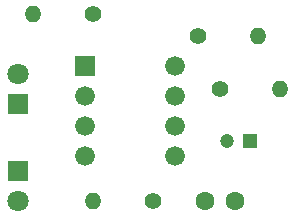
<source format=gbr>
G04 #@! TF.GenerationSoftware,KiCad,Pcbnew,(5.0.0-3-g5ebb6b6)*
G04 #@! TF.CreationDate,2018-11-04T21:38:41-05:00*
G04 #@! TF.ProjectId,555_Timer,3535355F54696D65722E6B696361645F,rev?*
G04 #@! TF.SameCoordinates,Original*
G04 #@! TF.FileFunction,Copper,L2,Bot,Signal*
G04 #@! TF.FilePolarity,Positive*
%FSLAX46Y46*%
G04 Gerber Fmt 4.6, Leading zero omitted, Abs format (unit mm)*
G04 Created by KiCad (PCBNEW (5.0.0-3-g5ebb6b6)) date Sunday, November 04, 2018 at 09:38:41 PM*
%MOMM*%
%LPD*%
G01*
G04 APERTURE LIST*
G04 #@! TA.AperFunction,ComponentPad*
%ADD10R,1.200000X1.200000*%
G04 #@! TD*
G04 #@! TA.AperFunction,ComponentPad*
%ADD11C,1.200000*%
G04 #@! TD*
G04 #@! TA.AperFunction,ComponentPad*
%ADD12C,1.600000*%
G04 #@! TD*
G04 #@! TA.AperFunction,ComponentPad*
%ADD13C,1.800000*%
G04 #@! TD*
G04 #@! TA.AperFunction,ComponentPad*
%ADD14R,1.800000X1.800000*%
G04 #@! TD*
G04 #@! TA.AperFunction,ComponentPad*
%ADD15O,1.400000X1.400000*%
G04 #@! TD*
G04 #@! TA.AperFunction,ComponentPad*
%ADD16C,1.400000*%
G04 #@! TD*
G04 #@! TA.AperFunction,ComponentPad*
%ADD17R,1.676400X1.676400*%
G04 #@! TD*
G04 #@! TA.AperFunction,ComponentPad*
%ADD18C,1.676400*%
G04 #@! TD*
G04 APERTURE END LIST*
D10*
G04 #@! TO.P,C1,1*
G04 #@! TO.N,Net-(C1-Pad1)*
X123825000Y-54610000D03*
D11*
G04 #@! TO.P,C1,2*
G04 #@! TO.N,GND*
X121825000Y-54610000D03*
G04 #@! TD*
D12*
G04 #@! TO.P,C2,1*
G04 #@! TO.N,Net-(C2-Pad1)*
X120015000Y-59690000D03*
G04 #@! TO.P,C2,2*
G04 #@! TO.N,GND*
X122515000Y-59690000D03*
G04 #@! TD*
D13*
G04 #@! TO.P,D1,2*
G04 #@! TO.N,Net-(D1-Pad2)*
X104140000Y-59690000D03*
D14*
G04 #@! TO.P,D1,1*
G04 #@! TO.N,Net-(D1-Pad1)*
X104140000Y-57150000D03*
G04 #@! TD*
G04 #@! TO.P,D2,1*
G04 #@! TO.N,GND*
X104140000Y-51435000D03*
D13*
G04 #@! TO.P,D2,2*
G04 #@! TO.N,Net-(D2-Pad2)*
X104140000Y-48895000D03*
G04 #@! TD*
D15*
G04 #@! TO.P,R1,2*
G04 #@! TO.N,Net-(R1-Pad2)*
X124460000Y-45720000D03*
D16*
G04 #@! TO.P,R1,1*
G04 #@! TO.N,+5V*
X119380000Y-45720000D03*
G04 #@! TD*
D15*
G04 #@! TO.P,R2,2*
G04 #@! TO.N,Net-(C1-Pad1)*
X126365000Y-50165000D03*
D16*
G04 #@! TO.P,R2,1*
G04 #@! TO.N,Net-(R1-Pad2)*
X121285000Y-50165000D03*
G04 #@! TD*
G04 #@! TO.P,R3,1*
G04 #@! TO.N,+5V*
X115570000Y-59690000D03*
D15*
G04 #@! TO.P,R3,2*
G04 #@! TO.N,Net-(D1-Pad2)*
X110490000Y-59690000D03*
G04 #@! TD*
D16*
G04 #@! TO.P,R4,1*
G04 #@! TO.N,Net-(D1-Pad1)*
X110490000Y-43815000D03*
D15*
G04 #@! TO.P,R4,2*
G04 #@! TO.N,Net-(D2-Pad2)*
X105410000Y-43815000D03*
G04 #@! TD*
D17*
G04 #@! TO.P,U1,1*
G04 #@! TO.N,GND*
X109855000Y-48260000D03*
D18*
G04 #@! TO.P,U1,2*
G04 #@! TO.N,Net-(C1-Pad1)*
X109855000Y-50800000D03*
G04 #@! TO.P,U1,3*
G04 #@! TO.N,Net-(D1-Pad1)*
X109855000Y-53340000D03*
G04 #@! TO.P,U1,4*
G04 #@! TO.N,+5V*
X109855000Y-55880000D03*
G04 #@! TO.P,U1,5*
G04 #@! TO.N,Net-(C2-Pad1)*
X117475000Y-55880000D03*
G04 #@! TO.P,U1,6*
G04 #@! TO.N,Net-(C1-Pad1)*
X117475000Y-53340000D03*
G04 #@! TO.P,U1,7*
G04 #@! TO.N,Net-(R1-Pad2)*
X117475000Y-50800000D03*
G04 #@! TO.P,U1,8*
G04 #@! TO.N,+5V*
X117475000Y-48260000D03*
G04 #@! TD*
M02*

</source>
